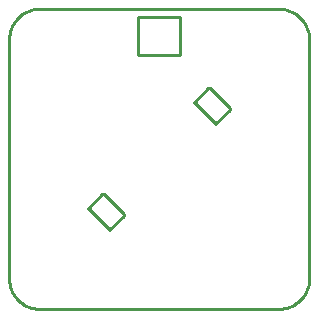
<source format=gbr>
G04 EAGLE Gerber RS-274X export*
G75*
%MOMM*%
%FSLAX34Y34*%
%LPD*%
%IN*%
%IPPOS*%
%AMOC8*
5,1,8,0,0,1.08239X$1,22.5*%
G01*
%ADD10C,0.254000*%


D10*
X0Y25400D02*
X97Y23186D01*
X386Y20989D01*
X865Y18826D01*
X1532Y16713D01*
X2380Y14666D01*
X3403Y12700D01*
X4594Y10831D01*
X5942Y9073D01*
X7440Y7440D01*
X9073Y5942D01*
X10831Y4594D01*
X12700Y3403D01*
X14666Y2380D01*
X16713Y1532D01*
X18826Y865D01*
X20989Y386D01*
X23186Y97D01*
X25400Y0D01*
X228600Y0D01*
X230814Y97D01*
X233011Y386D01*
X235174Y865D01*
X237287Y1532D01*
X239335Y2380D01*
X241300Y3403D01*
X243169Y4594D01*
X244927Y5942D01*
X246561Y7440D01*
X248058Y9073D01*
X249406Y10831D01*
X250597Y12700D01*
X251620Y14666D01*
X252468Y16713D01*
X253135Y18826D01*
X253614Y20989D01*
X253903Y23186D01*
X254000Y25400D01*
X254000Y228600D01*
X253903Y230814D01*
X253614Y233011D01*
X253135Y235174D01*
X252468Y237287D01*
X251620Y239335D01*
X250597Y241300D01*
X249406Y243169D01*
X248058Y244927D01*
X246561Y246561D01*
X244927Y248058D01*
X243169Y249406D01*
X241300Y250597D01*
X239335Y251620D01*
X237287Y252468D01*
X235174Y253135D01*
X233011Y253614D01*
X230814Y253903D01*
X228600Y254000D01*
X25400Y254000D01*
X23186Y253903D01*
X20989Y253614D01*
X18826Y253135D01*
X16713Y252468D01*
X14666Y251620D01*
X12700Y250597D01*
X10831Y249406D01*
X9073Y248058D01*
X7440Y246561D01*
X5942Y244927D01*
X4594Y243169D01*
X3403Y241300D01*
X2380Y239335D01*
X1532Y237287D01*
X865Y235174D01*
X386Y233011D01*
X97Y230814D01*
X0Y228600D01*
X0Y25400D01*
X67250Y84220D02*
X84220Y67249D01*
X84284Y67191D01*
X84354Y67137D01*
X84427Y67091D01*
X84505Y67050D01*
X84585Y67017D01*
X84668Y66991D01*
X84754Y66972D01*
X84840Y66960D01*
X84927Y66957D01*
X85014Y66960D01*
X85101Y66972D01*
X85186Y66991D01*
X85269Y67017D01*
X85350Y67050D01*
X85427Y67091D01*
X85501Y67137D01*
X85570Y67191D01*
X85634Y67249D01*
X96948Y78563D01*
X97007Y78627D01*
X97060Y78697D01*
X97107Y78770D01*
X97147Y78848D01*
X97181Y78928D01*
X97207Y79011D01*
X97226Y79097D01*
X97237Y79183D01*
X97241Y79270D01*
X97237Y79357D01*
X97226Y79444D01*
X97207Y79529D01*
X97181Y79612D01*
X97147Y79693D01*
X97107Y79770D01*
X97060Y79844D01*
X97007Y79913D01*
X96948Y79977D01*
X79977Y96948D01*
X79913Y97007D01*
X79844Y97060D01*
X79770Y97107D01*
X79693Y97147D01*
X79612Y97181D01*
X79529Y97207D01*
X79444Y97226D01*
X79357Y97237D01*
X79270Y97241D01*
X79183Y97237D01*
X79097Y97226D01*
X79011Y97207D01*
X78928Y97181D01*
X78848Y97147D01*
X78770Y97107D01*
X78697Y97060D01*
X78627Y97007D01*
X78563Y96948D01*
X67250Y85634D01*
X67191Y85570D01*
X67137Y85501D01*
X67091Y85427D01*
X67050Y85350D01*
X67017Y85269D01*
X66991Y85186D01*
X66972Y85101D01*
X66960Y85014D01*
X66957Y84927D01*
X66960Y84840D01*
X66972Y84754D01*
X66991Y84668D01*
X67017Y84585D01*
X67050Y84505D01*
X67091Y84427D01*
X67137Y84354D01*
X67191Y84284D01*
X67250Y84220D01*
X157052Y174023D02*
X174023Y157052D01*
X174087Y156993D01*
X174156Y156940D01*
X174230Y156893D01*
X174307Y156853D01*
X174388Y156819D01*
X174471Y156793D01*
X174556Y156774D01*
X174643Y156763D01*
X174730Y156759D01*
X174817Y156763D01*
X174903Y156774D01*
X174989Y156793D01*
X175072Y156819D01*
X175152Y156853D01*
X175230Y156893D01*
X175303Y156940D01*
X175373Y156993D01*
X175437Y157052D01*
X186751Y168366D01*
X186809Y168430D01*
X186863Y168499D01*
X186909Y168573D01*
X186950Y168650D01*
X186983Y168731D01*
X187009Y168814D01*
X187028Y168899D01*
X187040Y168986D01*
X187043Y169073D01*
X187040Y169160D01*
X187028Y169246D01*
X187009Y169332D01*
X186983Y169415D01*
X186950Y169495D01*
X186909Y169573D01*
X186863Y169646D01*
X186809Y169716D01*
X186751Y169780D01*
X169780Y186751D01*
X169716Y186809D01*
X169646Y186863D01*
X169573Y186909D01*
X169495Y186950D01*
X169415Y186983D01*
X169332Y187009D01*
X169247Y187028D01*
X169160Y187040D01*
X169073Y187043D01*
X168986Y187040D01*
X168899Y187028D01*
X168814Y187009D01*
X168731Y186983D01*
X168650Y186950D01*
X168573Y186909D01*
X168499Y186863D01*
X168430Y186809D01*
X168366Y186751D01*
X157052Y175437D01*
X156993Y175373D01*
X156940Y175303D01*
X156893Y175230D01*
X156853Y175152D01*
X156819Y175072D01*
X156793Y174989D01*
X156774Y174903D01*
X156763Y174817D01*
X156759Y174730D01*
X156763Y174643D01*
X156774Y174556D01*
X156793Y174471D01*
X156819Y174388D01*
X156853Y174307D01*
X156893Y174230D01*
X156940Y174156D01*
X156993Y174087D01*
X157052Y174023D01*
X109000Y215140D02*
X145000Y215140D01*
X145000Y247140D01*
X109000Y247140D01*
X109000Y215140D01*
M02*

</source>
